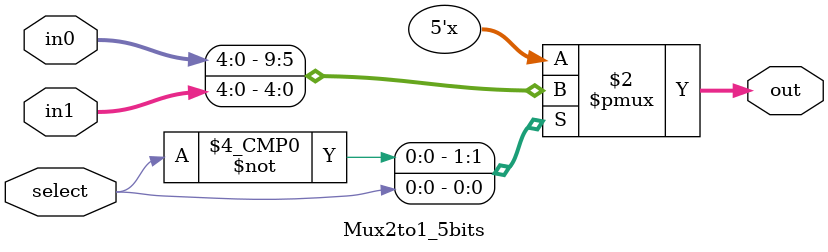
<source format=v>
module Mux2to1_5bits (
    input [4:0] in0,      // Primeira entrada (registrador Rt)
    input [4:0] in1,      // Segunda entrada (registrador Rd)
    input select,         // Sinal de seleção (RegDst)
    output reg [4:0] out  // Saída do multiplexador (registrador destino)
);
    always @(*) begin
        case (select)
            1'b0: out = in0;  // Seleciona Rt
            1'b1: out = in1;  // Seleciona Rd
            default: out = 5'b0; // Valor padrão
        endcase
    end
endmodule
</source>
